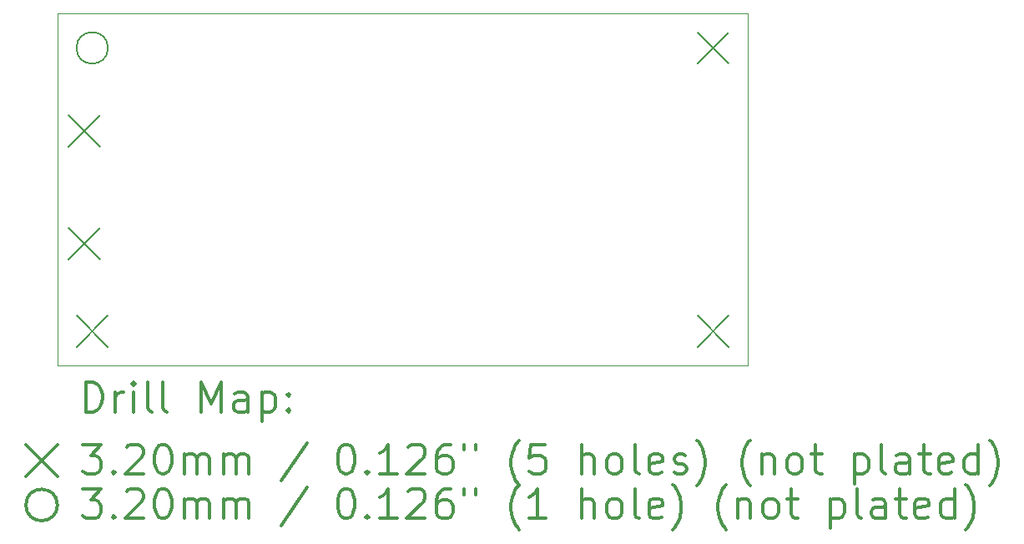
<source format=gbr>
%FSLAX45Y45*%
G04 Gerber Fmt 4.5, Leading zero omitted, Abs format (unit mm)*
G04 Created by KiCad (PCBNEW 5.1.9) date 2021-04-12 02:05:23*
%MOMM*%
%LPD*%
G01*
G04 APERTURE LIST*
%TA.AperFunction,Profile*%
%ADD10C,0.050000*%
%TD*%
%ADD11C,0.200000*%
%ADD12C,0.300000*%
G04 APERTURE END LIST*
D10*
X19572500Y-8923000D02*
X12572000Y-8923000D01*
X19572000Y-5348000D02*
X19572000Y-8923000D01*
X12572000Y-5348000D02*
X19572000Y-5348000D01*
X12572000Y-8923000D02*
X12572000Y-5348000D01*
D11*
X12680100Y-6381000D02*
X13000100Y-6701000D01*
X13000100Y-6381000D02*
X12680100Y-6701000D01*
X12680100Y-7524000D02*
X13000100Y-7844000D01*
X13000100Y-7524000D02*
X12680100Y-7844000D01*
X12762400Y-8413000D02*
X13082400Y-8733000D01*
X13082400Y-8413000D02*
X12762400Y-8733000D01*
X19062000Y-5538000D02*
X19382000Y-5858000D01*
X19382000Y-5538000D02*
X19062000Y-5858000D01*
X19062000Y-8413000D02*
X19382000Y-8733000D01*
X19382000Y-8413000D02*
X19062000Y-8733000D01*
X13082400Y-5698000D02*
G75*
G03*
X13082400Y-5698000I-160000J0D01*
G01*
D12*
X12855928Y-9391214D02*
X12855928Y-9091214D01*
X12927357Y-9091214D01*
X12970214Y-9105500D01*
X12998786Y-9134072D01*
X13013071Y-9162643D01*
X13027357Y-9219786D01*
X13027357Y-9262643D01*
X13013071Y-9319786D01*
X12998786Y-9348357D01*
X12970214Y-9376929D01*
X12927357Y-9391214D01*
X12855928Y-9391214D01*
X13155928Y-9391214D02*
X13155928Y-9191214D01*
X13155928Y-9248357D02*
X13170214Y-9219786D01*
X13184500Y-9205500D01*
X13213071Y-9191214D01*
X13241643Y-9191214D01*
X13341643Y-9391214D02*
X13341643Y-9191214D01*
X13341643Y-9091214D02*
X13327357Y-9105500D01*
X13341643Y-9119786D01*
X13355928Y-9105500D01*
X13341643Y-9091214D01*
X13341643Y-9119786D01*
X13527357Y-9391214D02*
X13498786Y-9376929D01*
X13484500Y-9348357D01*
X13484500Y-9091214D01*
X13684500Y-9391214D02*
X13655928Y-9376929D01*
X13641643Y-9348357D01*
X13641643Y-9091214D01*
X14027357Y-9391214D02*
X14027357Y-9091214D01*
X14127357Y-9305500D01*
X14227357Y-9091214D01*
X14227357Y-9391214D01*
X14498786Y-9391214D02*
X14498786Y-9234072D01*
X14484500Y-9205500D01*
X14455928Y-9191214D01*
X14398786Y-9191214D01*
X14370214Y-9205500D01*
X14498786Y-9376929D02*
X14470214Y-9391214D01*
X14398786Y-9391214D01*
X14370214Y-9376929D01*
X14355928Y-9348357D01*
X14355928Y-9319786D01*
X14370214Y-9291214D01*
X14398786Y-9276929D01*
X14470214Y-9276929D01*
X14498786Y-9262643D01*
X14641643Y-9191214D02*
X14641643Y-9491214D01*
X14641643Y-9205500D02*
X14670214Y-9191214D01*
X14727357Y-9191214D01*
X14755928Y-9205500D01*
X14770214Y-9219786D01*
X14784500Y-9248357D01*
X14784500Y-9334072D01*
X14770214Y-9362643D01*
X14755928Y-9376929D01*
X14727357Y-9391214D01*
X14670214Y-9391214D01*
X14641643Y-9376929D01*
X14913071Y-9362643D02*
X14927357Y-9376929D01*
X14913071Y-9391214D01*
X14898786Y-9376929D01*
X14913071Y-9362643D01*
X14913071Y-9391214D01*
X14913071Y-9205500D02*
X14927357Y-9219786D01*
X14913071Y-9234072D01*
X14898786Y-9219786D01*
X14913071Y-9205500D01*
X14913071Y-9234072D01*
X12249500Y-9725500D02*
X12569500Y-10045500D01*
X12569500Y-9725500D02*
X12249500Y-10045500D01*
X12827357Y-9721214D02*
X13013071Y-9721214D01*
X12913071Y-9835500D01*
X12955928Y-9835500D01*
X12984500Y-9849786D01*
X12998786Y-9864072D01*
X13013071Y-9892643D01*
X13013071Y-9964072D01*
X12998786Y-9992643D01*
X12984500Y-10006929D01*
X12955928Y-10021214D01*
X12870214Y-10021214D01*
X12841643Y-10006929D01*
X12827357Y-9992643D01*
X13141643Y-9992643D02*
X13155928Y-10006929D01*
X13141643Y-10021214D01*
X13127357Y-10006929D01*
X13141643Y-9992643D01*
X13141643Y-10021214D01*
X13270214Y-9749786D02*
X13284500Y-9735500D01*
X13313071Y-9721214D01*
X13384500Y-9721214D01*
X13413071Y-9735500D01*
X13427357Y-9749786D01*
X13441643Y-9778357D01*
X13441643Y-9806929D01*
X13427357Y-9849786D01*
X13255928Y-10021214D01*
X13441643Y-10021214D01*
X13627357Y-9721214D02*
X13655928Y-9721214D01*
X13684500Y-9735500D01*
X13698786Y-9749786D01*
X13713071Y-9778357D01*
X13727357Y-9835500D01*
X13727357Y-9906929D01*
X13713071Y-9964072D01*
X13698786Y-9992643D01*
X13684500Y-10006929D01*
X13655928Y-10021214D01*
X13627357Y-10021214D01*
X13598786Y-10006929D01*
X13584500Y-9992643D01*
X13570214Y-9964072D01*
X13555928Y-9906929D01*
X13555928Y-9835500D01*
X13570214Y-9778357D01*
X13584500Y-9749786D01*
X13598786Y-9735500D01*
X13627357Y-9721214D01*
X13855928Y-10021214D02*
X13855928Y-9821214D01*
X13855928Y-9849786D02*
X13870214Y-9835500D01*
X13898786Y-9821214D01*
X13941643Y-9821214D01*
X13970214Y-9835500D01*
X13984500Y-9864072D01*
X13984500Y-10021214D01*
X13984500Y-9864072D02*
X13998786Y-9835500D01*
X14027357Y-9821214D01*
X14070214Y-9821214D01*
X14098786Y-9835500D01*
X14113071Y-9864072D01*
X14113071Y-10021214D01*
X14255928Y-10021214D02*
X14255928Y-9821214D01*
X14255928Y-9849786D02*
X14270214Y-9835500D01*
X14298786Y-9821214D01*
X14341643Y-9821214D01*
X14370214Y-9835500D01*
X14384500Y-9864072D01*
X14384500Y-10021214D01*
X14384500Y-9864072D02*
X14398786Y-9835500D01*
X14427357Y-9821214D01*
X14470214Y-9821214D01*
X14498786Y-9835500D01*
X14513071Y-9864072D01*
X14513071Y-10021214D01*
X15098786Y-9706929D02*
X14841643Y-10092643D01*
X15484500Y-9721214D02*
X15513071Y-9721214D01*
X15541643Y-9735500D01*
X15555928Y-9749786D01*
X15570214Y-9778357D01*
X15584500Y-9835500D01*
X15584500Y-9906929D01*
X15570214Y-9964072D01*
X15555928Y-9992643D01*
X15541643Y-10006929D01*
X15513071Y-10021214D01*
X15484500Y-10021214D01*
X15455928Y-10006929D01*
X15441643Y-9992643D01*
X15427357Y-9964072D01*
X15413071Y-9906929D01*
X15413071Y-9835500D01*
X15427357Y-9778357D01*
X15441643Y-9749786D01*
X15455928Y-9735500D01*
X15484500Y-9721214D01*
X15713071Y-9992643D02*
X15727357Y-10006929D01*
X15713071Y-10021214D01*
X15698786Y-10006929D01*
X15713071Y-9992643D01*
X15713071Y-10021214D01*
X16013071Y-10021214D02*
X15841643Y-10021214D01*
X15927357Y-10021214D02*
X15927357Y-9721214D01*
X15898786Y-9764072D01*
X15870214Y-9792643D01*
X15841643Y-9806929D01*
X16127357Y-9749786D02*
X16141643Y-9735500D01*
X16170214Y-9721214D01*
X16241643Y-9721214D01*
X16270214Y-9735500D01*
X16284500Y-9749786D01*
X16298786Y-9778357D01*
X16298786Y-9806929D01*
X16284500Y-9849786D01*
X16113071Y-10021214D01*
X16298786Y-10021214D01*
X16555928Y-9721214D02*
X16498786Y-9721214D01*
X16470214Y-9735500D01*
X16455928Y-9749786D01*
X16427357Y-9792643D01*
X16413071Y-9849786D01*
X16413071Y-9964072D01*
X16427357Y-9992643D01*
X16441643Y-10006929D01*
X16470214Y-10021214D01*
X16527357Y-10021214D01*
X16555928Y-10006929D01*
X16570214Y-9992643D01*
X16584500Y-9964072D01*
X16584500Y-9892643D01*
X16570214Y-9864072D01*
X16555928Y-9849786D01*
X16527357Y-9835500D01*
X16470214Y-9835500D01*
X16441643Y-9849786D01*
X16427357Y-9864072D01*
X16413071Y-9892643D01*
X16698786Y-9721214D02*
X16698786Y-9778357D01*
X16813071Y-9721214D02*
X16813071Y-9778357D01*
X17255928Y-10135500D02*
X17241643Y-10121214D01*
X17213071Y-10078357D01*
X17198786Y-10049786D01*
X17184500Y-10006929D01*
X17170214Y-9935500D01*
X17170214Y-9878357D01*
X17184500Y-9806929D01*
X17198786Y-9764072D01*
X17213071Y-9735500D01*
X17241643Y-9692643D01*
X17255928Y-9678357D01*
X17513071Y-9721214D02*
X17370214Y-9721214D01*
X17355928Y-9864072D01*
X17370214Y-9849786D01*
X17398786Y-9835500D01*
X17470214Y-9835500D01*
X17498786Y-9849786D01*
X17513071Y-9864072D01*
X17527357Y-9892643D01*
X17527357Y-9964072D01*
X17513071Y-9992643D01*
X17498786Y-10006929D01*
X17470214Y-10021214D01*
X17398786Y-10021214D01*
X17370214Y-10006929D01*
X17355928Y-9992643D01*
X17884500Y-10021214D02*
X17884500Y-9721214D01*
X18013071Y-10021214D02*
X18013071Y-9864072D01*
X17998786Y-9835500D01*
X17970214Y-9821214D01*
X17927357Y-9821214D01*
X17898786Y-9835500D01*
X17884500Y-9849786D01*
X18198786Y-10021214D02*
X18170214Y-10006929D01*
X18155928Y-9992643D01*
X18141643Y-9964072D01*
X18141643Y-9878357D01*
X18155928Y-9849786D01*
X18170214Y-9835500D01*
X18198786Y-9821214D01*
X18241643Y-9821214D01*
X18270214Y-9835500D01*
X18284500Y-9849786D01*
X18298786Y-9878357D01*
X18298786Y-9964072D01*
X18284500Y-9992643D01*
X18270214Y-10006929D01*
X18241643Y-10021214D01*
X18198786Y-10021214D01*
X18470214Y-10021214D02*
X18441643Y-10006929D01*
X18427357Y-9978357D01*
X18427357Y-9721214D01*
X18698786Y-10006929D02*
X18670214Y-10021214D01*
X18613071Y-10021214D01*
X18584500Y-10006929D01*
X18570214Y-9978357D01*
X18570214Y-9864072D01*
X18584500Y-9835500D01*
X18613071Y-9821214D01*
X18670214Y-9821214D01*
X18698786Y-9835500D01*
X18713071Y-9864072D01*
X18713071Y-9892643D01*
X18570214Y-9921214D01*
X18827357Y-10006929D02*
X18855928Y-10021214D01*
X18913071Y-10021214D01*
X18941643Y-10006929D01*
X18955928Y-9978357D01*
X18955928Y-9964072D01*
X18941643Y-9935500D01*
X18913071Y-9921214D01*
X18870214Y-9921214D01*
X18841643Y-9906929D01*
X18827357Y-9878357D01*
X18827357Y-9864072D01*
X18841643Y-9835500D01*
X18870214Y-9821214D01*
X18913071Y-9821214D01*
X18941643Y-9835500D01*
X19055928Y-10135500D02*
X19070214Y-10121214D01*
X19098786Y-10078357D01*
X19113071Y-10049786D01*
X19127357Y-10006929D01*
X19141643Y-9935500D01*
X19141643Y-9878357D01*
X19127357Y-9806929D01*
X19113071Y-9764072D01*
X19098786Y-9735500D01*
X19070214Y-9692643D01*
X19055928Y-9678357D01*
X19598786Y-10135500D02*
X19584500Y-10121214D01*
X19555928Y-10078357D01*
X19541643Y-10049786D01*
X19527357Y-10006929D01*
X19513071Y-9935500D01*
X19513071Y-9878357D01*
X19527357Y-9806929D01*
X19541643Y-9764072D01*
X19555928Y-9735500D01*
X19584500Y-9692643D01*
X19598786Y-9678357D01*
X19713071Y-9821214D02*
X19713071Y-10021214D01*
X19713071Y-9849786D02*
X19727357Y-9835500D01*
X19755928Y-9821214D01*
X19798786Y-9821214D01*
X19827357Y-9835500D01*
X19841643Y-9864072D01*
X19841643Y-10021214D01*
X20027357Y-10021214D02*
X19998786Y-10006929D01*
X19984500Y-9992643D01*
X19970214Y-9964072D01*
X19970214Y-9878357D01*
X19984500Y-9849786D01*
X19998786Y-9835500D01*
X20027357Y-9821214D01*
X20070214Y-9821214D01*
X20098786Y-9835500D01*
X20113071Y-9849786D01*
X20127357Y-9878357D01*
X20127357Y-9964072D01*
X20113071Y-9992643D01*
X20098786Y-10006929D01*
X20070214Y-10021214D01*
X20027357Y-10021214D01*
X20213071Y-9821214D02*
X20327357Y-9821214D01*
X20255928Y-9721214D02*
X20255928Y-9978357D01*
X20270214Y-10006929D01*
X20298786Y-10021214D01*
X20327357Y-10021214D01*
X20655928Y-9821214D02*
X20655928Y-10121214D01*
X20655928Y-9835500D02*
X20684500Y-9821214D01*
X20741643Y-9821214D01*
X20770214Y-9835500D01*
X20784500Y-9849786D01*
X20798786Y-9878357D01*
X20798786Y-9964072D01*
X20784500Y-9992643D01*
X20770214Y-10006929D01*
X20741643Y-10021214D01*
X20684500Y-10021214D01*
X20655928Y-10006929D01*
X20970214Y-10021214D02*
X20941643Y-10006929D01*
X20927357Y-9978357D01*
X20927357Y-9721214D01*
X21213071Y-10021214D02*
X21213071Y-9864072D01*
X21198786Y-9835500D01*
X21170214Y-9821214D01*
X21113071Y-9821214D01*
X21084500Y-9835500D01*
X21213071Y-10006929D02*
X21184500Y-10021214D01*
X21113071Y-10021214D01*
X21084500Y-10006929D01*
X21070214Y-9978357D01*
X21070214Y-9949786D01*
X21084500Y-9921214D01*
X21113071Y-9906929D01*
X21184500Y-9906929D01*
X21213071Y-9892643D01*
X21313071Y-9821214D02*
X21427357Y-9821214D01*
X21355928Y-9721214D02*
X21355928Y-9978357D01*
X21370214Y-10006929D01*
X21398786Y-10021214D01*
X21427357Y-10021214D01*
X21641643Y-10006929D02*
X21613071Y-10021214D01*
X21555928Y-10021214D01*
X21527357Y-10006929D01*
X21513071Y-9978357D01*
X21513071Y-9864072D01*
X21527357Y-9835500D01*
X21555928Y-9821214D01*
X21613071Y-9821214D01*
X21641643Y-9835500D01*
X21655928Y-9864072D01*
X21655928Y-9892643D01*
X21513071Y-9921214D01*
X21913071Y-10021214D02*
X21913071Y-9721214D01*
X21913071Y-10006929D02*
X21884500Y-10021214D01*
X21827357Y-10021214D01*
X21798786Y-10006929D01*
X21784500Y-9992643D01*
X21770214Y-9964072D01*
X21770214Y-9878357D01*
X21784500Y-9849786D01*
X21798786Y-9835500D01*
X21827357Y-9821214D01*
X21884500Y-9821214D01*
X21913071Y-9835500D01*
X22027357Y-10135500D02*
X22041643Y-10121214D01*
X22070214Y-10078357D01*
X22084500Y-10049786D01*
X22098786Y-10006929D01*
X22113071Y-9935500D01*
X22113071Y-9878357D01*
X22098786Y-9806929D01*
X22084500Y-9764072D01*
X22070214Y-9735500D01*
X22041643Y-9692643D01*
X22027357Y-9678357D01*
X12569500Y-10335500D02*
G75*
G03*
X12569500Y-10335500I-160000J0D01*
G01*
X12827357Y-10171214D02*
X13013071Y-10171214D01*
X12913071Y-10285500D01*
X12955928Y-10285500D01*
X12984500Y-10299786D01*
X12998786Y-10314072D01*
X13013071Y-10342643D01*
X13013071Y-10414072D01*
X12998786Y-10442643D01*
X12984500Y-10456929D01*
X12955928Y-10471214D01*
X12870214Y-10471214D01*
X12841643Y-10456929D01*
X12827357Y-10442643D01*
X13141643Y-10442643D02*
X13155928Y-10456929D01*
X13141643Y-10471214D01*
X13127357Y-10456929D01*
X13141643Y-10442643D01*
X13141643Y-10471214D01*
X13270214Y-10199786D02*
X13284500Y-10185500D01*
X13313071Y-10171214D01*
X13384500Y-10171214D01*
X13413071Y-10185500D01*
X13427357Y-10199786D01*
X13441643Y-10228357D01*
X13441643Y-10256929D01*
X13427357Y-10299786D01*
X13255928Y-10471214D01*
X13441643Y-10471214D01*
X13627357Y-10171214D02*
X13655928Y-10171214D01*
X13684500Y-10185500D01*
X13698786Y-10199786D01*
X13713071Y-10228357D01*
X13727357Y-10285500D01*
X13727357Y-10356929D01*
X13713071Y-10414072D01*
X13698786Y-10442643D01*
X13684500Y-10456929D01*
X13655928Y-10471214D01*
X13627357Y-10471214D01*
X13598786Y-10456929D01*
X13584500Y-10442643D01*
X13570214Y-10414072D01*
X13555928Y-10356929D01*
X13555928Y-10285500D01*
X13570214Y-10228357D01*
X13584500Y-10199786D01*
X13598786Y-10185500D01*
X13627357Y-10171214D01*
X13855928Y-10471214D02*
X13855928Y-10271214D01*
X13855928Y-10299786D02*
X13870214Y-10285500D01*
X13898786Y-10271214D01*
X13941643Y-10271214D01*
X13970214Y-10285500D01*
X13984500Y-10314072D01*
X13984500Y-10471214D01*
X13984500Y-10314072D02*
X13998786Y-10285500D01*
X14027357Y-10271214D01*
X14070214Y-10271214D01*
X14098786Y-10285500D01*
X14113071Y-10314072D01*
X14113071Y-10471214D01*
X14255928Y-10471214D02*
X14255928Y-10271214D01*
X14255928Y-10299786D02*
X14270214Y-10285500D01*
X14298786Y-10271214D01*
X14341643Y-10271214D01*
X14370214Y-10285500D01*
X14384500Y-10314072D01*
X14384500Y-10471214D01*
X14384500Y-10314072D02*
X14398786Y-10285500D01*
X14427357Y-10271214D01*
X14470214Y-10271214D01*
X14498786Y-10285500D01*
X14513071Y-10314072D01*
X14513071Y-10471214D01*
X15098786Y-10156929D02*
X14841643Y-10542643D01*
X15484500Y-10171214D02*
X15513071Y-10171214D01*
X15541643Y-10185500D01*
X15555928Y-10199786D01*
X15570214Y-10228357D01*
X15584500Y-10285500D01*
X15584500Y-10356929D01*
X15570214Y-10414072D01*
X15555928Y-10442643D01*
X15541643Y-10456929D01*
X15513071Y-10471214D01*
X15484500Y-10471214D01*
X15455928Y-10456929D01*
X15441643Y-10442643D01*
X15427357Y-10414072D01*
X15413071Y-10356929D01*
X15413071Y-10285500D01*
X15427357Y-10228357D01*
X15441643Y-10199786D01*
X15455928Y-10185500D01*
X15484500Y-10171214D01*
X15713071Y-10442643D02*
X15727357Y-10456929D01*
X15713071Y-10471214D01*
X15698786Y-10456929D01*
X15713071Y-10442643D01*
X15713071Y-10471214D01*
X16013071Y-10471214D02*
X15841643Y-10471214D01*
X15927357Y-10471214D02*
X15927357Y-10171214D01*
X15898786Y-10214072D01*
X15870214Y-10242643D01*
X15841643Y-10256929D01*
X16127357Y-10199786D02*
X16141643Y-10185500D01*
X16170214Y-10171214D01*
X16241643Y-10171214D01*
X16270214Y-10185500D01*
X16284500Y-10199786D01*
X16298786Y-10228357D01*
X16298786Y-10256929D01*
X16284500Y-10299786D01*
X16113071Y-10471214D01*
X16298786Y-10471214D01*
X16555928Y-10171214D02*
X16498786Y-10171214D01*
X16470214Y-10185500D01*
X16455928Y-10199786D01*
X16427357Y-10242643D01*
X16413071Y-10299786D01*
X16413071Y-10414072D01*
X16427357Y-10442643D01*
X16441643Y-10456929D01*
X16470214Y-10471214D01*
X16527357Y-10471214D01*
X16555928Y-10456929D01*
X16570214Y-10442643D01*
X16584500Y-10414072D01*
X16584500Y-10342643D01*
X16570214Y-10314072D01*
X16555928Y-10299786D01*
X16527357Y-10285500D01*
X16470214Y-10285500D01*
X16441643Y-10299786D01*
X16427357Y-10314072D01*
X16413071Y-10342643D01*
X16698786Y-10171214D02*
X16698786Y-10228357D01*
X16813071Y-10171214D02*
X16813071Y-10228357D01*
X17255928Y-10585500D02*
X17241643Y-10571214D01*
X17213071Y-10528357D01*
X17198786Y-10499786D01*
X17184500Y-10456929D01*
X17170214Y-10385500D01*
X17170214Y-10328357D01*
X17184500Y-10256929D01*
X17198786Y-10214072D01*
X17213071Y-10185500D01*
X17241643Y-10142643D01*
X17255928Y-10128357D01*
X17527357Y-10471214D02*
X17355928Y-10471214D01*
X17441643Y-10471214D02*
X17441643Y-10171214D01*
X17413071Y-10214072D01*
X17384500Y-10242643D01*
X17355928Y-10256929D01*
X17884500Y-10471214D02*
X17884500Y-10171214D01*
X18013071Y-10471214D02*
X18013071Y-10314072D01*
X17998786Y-10285500D01*
X17970214Y-10271214D01*
X17927357Y-10271214D01*
X17898786Y-10285500D01*
X17884500Y-10299786D01*
X18198786Y-10471214D02*
X18170214Y-10456929D01*
X18155928Y-10442643D01*
X18141643Y-10414072D01*
X18141643Y-10328357D01*
X18155928Y-10299786D01*
X18170214Y-10285500D01*
X18198786Y-10271214D01*
X18241643Y-10271214D01*
X18270214Y-10285500D01*
X18284500Y-10299786D01*
X18298786Y-10328357D01*
X18298786Y-10414072D01*
X18284500Y-10442643D01*
X18270214Y-10456929D01*
X18241643Y-10471214D01*
X18198786Y-10471214D01*
X18470214Y-10471214D02*
X18441643Y-10456929D01*
X18427357Y-10428357D01*
X18427357Y-10171214D01*
X18698786Y-10456929D02*
X18670214Y-10471214D01*
X18613071Y-10471214D01*
X18584500Y-10456929D01*
X18570214Y-10428357D01*
X18570214Y-10314072D01*
X18584500Y-10285500D01*
X18613071Y-10271214D01*
X18670214Y-10271214D01*
X18698786Y-10285500D01*
X18713071Y-10314072D01*
X18713071Y-10342643D01*
X18570214Y-10371214D01*
X18813071Y-10585500D02*
X18827357Y-10571214D01*
X18855928Y-10528357D01*
X18870214Y-10499786D01*
X18884500Y-10456929D01*
X18898786Y-10385500D01*
X18898786Y-10328357D01*
X18884500Y-10256929D01*
X18870214Y-10214072D01*
X18855928Y-10185500D01*
X18827357Y-10142643D01*
X18813071Y-10128357D01*
X19355928Y-10585500D02*
X19341643Y-10571214D01*
X19313071Y-10528357D01*
X19298786Y-10499786D01*
X19284500Y-10456929D01*
X19270214Y-10385500D01*
X19270214Y-10328357D01*
X19284500Y-10256929D01*
X19298786Y-10214072D01*
X19313071Y-10185500D01*
X19341643Y-10142643D01*
X19355928Y-10128357D01*
X19470214Y-10271214D02*
X19470214Y-10471214D01*
X19470214Y-10299786D02*
X19484500Y-10285500D01*
X19513071Y-10271214D01*
X19555928Y-10271214D01*
X19584500Y-10285500D01*
X19598786Y-10314072D01*
X19598786Y-10471214D01*
X19784500Y-10471214D02*
X19755928Y-10456929D01*
X19741643Y-10442643D01*
X19727357Y-10414072D01*
X19727357Y-10328357D01*
X19741643Y-10299786D01*
X19755928Y-10285500D01*
X19784500Y-10271214D01*
X19827357Y-10271214D01*
X19855928Y-10285500D01*
X19870214Y-10299786D01*
X19884500Y-10328357D01*
X19884500Y-10414072D01*
X19870214Y-10442643D01*
X19855928Y-10456929D01*
X19827357Y-10471214D01*
X19784500Y-10471214D01*
X19970214Y-10271214D02*
X20084500Y-10271214D01*
X20013071Y-10171214D02*
X20013071Y-10428357D01*
X20027357Y-10456929D01*
X20055928Y-10471214D01*
X20084500Y-10471214D01*
X20413071Y-10271214D02*
X20413071Y-10571214D01*
X20413071Y-10285500D02*
X20441643Y-10271214D01*
X20498786Y-10271214D01*
X20527357Y-10285500D01*
X20541643Y-10299786D01*
X20555928Y-10328357D01*
X20555928Y-10414072D01*
X20541643Y-10442643D01*
X20527357Y-10456929D01*
X20498786Y-10471214D01*
X20441643Y-10471214D01*
X20413071Y-10456929D01*
X20727357Y-10471214D02*
X20698786Y-10456929D01*
X20684500Y-10428357D01*
X20684500Y-10171214D01*
X20970214Y-10471214D02*
X20970214Y-10314072D01*
X20955928Y-10285500D01*
X20927357Y-10271214D01*
X20870214Y-10271214D01*
X20841643Y-10285500D01*
X20970214Y-10456929D02*
X20941643Y-10471214D01*
X20870214Y-10471214D01*
X20841643Y-10456929D01*
X20827357Y-10428357D01*
X20827357Y-10399786D01*
X20841643Y-10371214D01*
X20870214Y-10356929D01*
X20941643Y-10356929D01*
X20970214Y-10342643D01*
X21070214Y-10271214D02*
X21184500Y-10271214D01*
X21113071Y-10171214D02*
X21113071Y-10428357D01*
X21127357Y-10456929D01*
X21155928Y-10471214D01*
X21184500Y-10471214D01*
X21398786Y-10456929D02*
X21370214Y-10471214D01*
X21313071Y-10471214D01*
X21284500Y-10456929D01*
X21270214Y-10428357D01*
X21270214Y-10314072D01*
X21284500Y-10285500D01*
X21313071Y-10271214D01*
X21370214Y-10271214D01*
X21398786Y-10285500D01*
X21413071Y-10314072D01*
X21413071Y-10342643D01*
X21270214Y-10371214D01*
X21670214Y-10471214D02*
X21670214Y-10171214D01*
X21670214Y-10456929D02*
X21641643Y-10471214D01*
X21584500Y-10471214D01*
X21555928Y-10456929D01*
X21541643Y-10442643D01*
X21527357Y-10414072D01*
X21527357Y-10328357D01*
X21541643Y-10299786D01*
X21555928Y-10285500D01*
X21584500Y-10271214D01*
X21641643Y-10271214D01*
X21670214Y-10285500D01*
X21784500Y-10585500D02*
X21798786Y-10571214D01*
X21827357Y-10528357D01*
X21841643Y-10499786D01*
X21855928Y-10456929D01*
X21870214Y-10385500D01*
X21870214Y-10328357D01*
X21855928Y-10256929D01*
X21841643Y-10214072D01*
X21827357Y-10185500D01*
X21798786Y-10142643D01*
X21784500Y-10128357D01*
M02*

</source>
